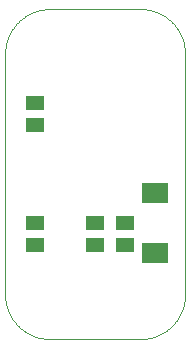
<source format=gbp>
G75*
%MOIN*%
%OFA0B0*%
%FSLAX25Y25*%
%IPPOS*%
%LPD*%
%AMOC8*
5,1,8,0,0,1.08239X$1,22.5*
%
%ADD10C,0.00394*%
%ADD11R,0.05906X0.05118*%
%ADD12R,0.08661X0.07087*%
D10*
X0023000Y0023933D02*
X0053000Y0023933D01*
X0053362Y0023937D01*
X0053725Y0023951D01*
X0054087Y0023972D01*
X0054448Y0024003D01*
X0054808Y0024042D01*
X0055167Y0024090D01*
X0055525Y0024147D01*
X0055882Y0024212D01*
X0056237Y0024286D01*
X0056590Y0024369D01*
X0056941Y0024460D01*
X0057289Y0024559D01*
X0057635Y0024667D01*
X0057979Y0024783D01*
X0058319Y0024908D01*
X0058656Y0025040D01*
X0058990Y0025181D01*
X0059321Y0025330D01*
X0059648Y0025487D01*
X0059971Y0025651D01*
X0060290Y0025823D01*
X0060604Y0026003D01*
X0060915Y0026191D01*
X0061220Y0026386D01*
X0061521Y0026588D01*
X0061817Y0026798D01*
X0062107Y0027014D01*
X0062393Y0027238D01*
X0062673Y0027468D01*
X0062947Y0027705D01*
X0063215Y0027949D01*
X0063478Y0028199D01*
X0063734Y0028455D01*
X0063984Y0028718D01*
X0064228Y0028986D01*
X0064465Y0029260D01*
X0064695Y0029540D01*
X0064919Y0029826D01*
X0065135Y0030116D01*
X0065345Y0030412D01*
X0065547Y0030713D01*
X0065742Y0031018D01*
X0065930Y0031329D01*
X0066110Y0031643D01*
X0066282Y0031962D01*
X0066446Y0032285D01*
X0066603Y0032612D01*
X0066752Y0032943D01*
X0066893Y0033277D01*
X0067025Y0033614D01*
X0067150Y0033954D01*
X0067266Y0034298D01*
X0067374Y0034644D01*
X0067473Y0034992D01*
X0067564Y0035343D01*
X0067647Y0035696D01*
X0067721Y0036051D01*
X0067786Y0036408D01*
X0067843Y0036766D01*
X0067891Y0037125D01*
X0067930Y0037485D01*
X0067961Y0037846D01*
X0067982Y0038208D01*
X0067996Y0038571D01*
X0068000Y0038933D01*
X0068000Y0118933D01*
X0067996Y0119295D01*
X0067982Y0119658D01*
X0067961Y0120020D01*
X0067930Y0120381D01*
X0067891Y0120741D01*
X0067843Y0121100D01*
X0067786Y0121458D01*
X0067721Y0121815D01*
X0067647Y0122170D01*
X0067564Y0122523D01*
X0067473Y0122874D01*
X0067374Y0123222D01*
X0067266Y0123568D01*
X0067150Y0123912D01*
X0067025Y0124252D01*
X0066893Y0124589D01*
X0066752Y0124923D01*
X0066603Y0125254D01*
X0066446Y0125581D01*
X0066282Y0125904D01*
X0066110Y0126223D01*
X0065930Y0126537D01*
X0065742Y0126848D01*
X0065547Y0127153D01*
X0065345Y0127454D01*
X0065135Y0127750D01*
X0064919Y0128040D01*
X0064695Y0128326D01*
X0064465Y0128606D01*
X0064228Y0128880D01*
X0063984Y0129148D01*
X0063734Y0129411D01*
X0063478Y0129667D01*
X0063215Y0129917D01*
X0062947Y0130161D01*
X0062673Y0130398D01*
X0062393Y0130628D01*
X0062107Y0130852D01*
X0061817Y0131068D01*
X0061521Y0131278D01*
X0061220Y0131480D01*
X0060915Y0131675D01*
X0060604Y0131863D01*
X0060290Y0132043D01*
X0059971Y0132215D01*
X0059648Y0132379D01*
X0059321Y0132536D01*
X0058990Y0132685D01*
X0058656Y0132826D01*
X0058319Y0132958D01*
X0057979Y0133083D01*
X0057635Y0133199D01*
X0057289Y0133307D01*
X0056941Y0133406D01*
X0056590Y0133497D01*
X0056237Y0133580D01*
X0055882Y0133654D01*
X0055525Y0133719D01*
X0055167Y0133776D01*
X0054808Y0133824D01*
X0054448Y0133863D01*
X0054087Y0133894D01*
X0053725Y0133915D01*
X0053362Y0133929D01*
X0053000Y0133933D01*
X0023000Y0133933D01*
X0022638Y0133929D01*
X0022275Y0133915D01*
X0021913Y0133894D01*
X0021552Y0133863D01*
X0021192Y0133824D01*
X0020833Y0133776D01*
X0020475Y0133719D01*
X0020118Y0133654D01*
X0019763Y0133580D01*
X0019410Y0133497D01*
X0019059Y0133406D01*
X0018711Y0133307D01*
X0018365Y0133199D01*
X0018021Y0133083D01*
X0017681Y0132958D01*
X0017344Y0132826D01*
X0017010Y0132685D01*
X0016679Y0132536D01*
X0016352Y0132379D01*
X0016029Y0132215D01*
X0015710Y0132043D01*
X0015396Y0131863D01*
X0015085Y0131675D01*
X0014780Y0131480D01*
X0014479Y0131278D01*
X0014183Y0131068D01*
X0013893Y0130852D01*
X0013607Y0130628D01*
X0013327Y0130398D01*
X0013053Y0130161D01*
X0012785Y0129917D01*
X0012522Y0129667D01*
X0012266Y0129411D01*
X0012016Y0129148D01*
X0011772Y0128880D01*
X0011535Y0128606D01*
X0011305Y0128326D01*
X0011081Y0128040D01*
X0010865Y0127750D01*
X0010655Y0127454D01*
X0010453Y0127153D01*
X0010258Y0126848D01*
X0010070Y0126537D01*
X0009890Y0126223D01*
X0009718Y0125904D01*
X0009554Y0125581D01*
X0009397Y0125254D01*
X0009248Y0124923D01*
X0009107Y0124589D01*
X0008975Y0124252D01*
X0008850Y0123912D01*
X0008734Y0123568D01*
X0008626Y0123222D01*
X0008527Y0122874D01*
X0008436Y0122523D01*
X0008353Y0122170D01*
X0008279Y0121815D01*
X0008214Y0121458D01*
X0008157Y0121100D01*
X0008109Y0120741D01*
X0008070Y0120381D01*
X0008039Y0120020D01*
X0008018Y0119658D01*
X0008004Y0119295D01*
X0008000Y0118933D01*
X0008000Y0038933D01*
X0008004Y0038571D01*
X0008018Y0038208D01*
X0008039Y0037846D01*
X0008070Y0037485D01*
X0008109Y0037125D01*
X0008157Y0036766D01*
X0008214Y0036408D01*
X0008279Y0036051D01*
X0008353Y0035696D01*
X0008436Y0035343D01*
X0008527Y0034992D01*
X0008626Y0034644D01*
X0008734Y0034298D01*
X0008850Y0033954D01*
X0008975Y0033614D01*
X0009107Y0033277D01*
X0009248Y0032943D01*
X0009397Y0032612D01*
X0009554Y0032285D01*
X0009718Y0031962D01*
X0009890Y0031643D01*
X0010070Y0031329D01*
X0010258Y0031018D01*
X0010453Y0030713D01*
X0010655Y0030412D01*
X0010865Y0030116D01*
X0011081Y0029826D01*
X0011305Y0029540D01*
X0011535Y0029260D01*
X0011772Y0028986D01*
X0012016Y0028718D01*
X0012266Y0028455D01*
X0012522Y0028199D01*
X0012785Y0027949D01*
X0013053Y0027705D01*
X0013327Y0027468D01*
X0013607Y0027238D01*
X0013893Y0027014D01*
X0014183Y0026798D01*
X0014479Y0026588D01*
X0014780Y0026386D01*
X0015085Y0026191D01*
X0015396Y0026003D01*
X0015710Y0025823D01*
X0016029Y0025651D01*
X0016352Y0025487D01*
X0016679Y0025330D01*
X0017010Y0025181D01*
X0017344Y0025040D01*
X0017681Y0024908D01*
X0018021Y0024783D01*
X0018365Y0024667D01*
X0018711Y0024559D01*
X0019059Y0024460D01*
X0019410Y0024369D01*
X0019763Y0024286D01*
X0020118Y0024212D01*
X0020475Y0024147D01*
X0020833Y0024090D01*
X0021192Y0024042D01*
X0021552Y0024003D01*
X0021913Y0023972D01*
X0022275Y0023951D01*
X0022638Y0023937D01*
X0023000Y0023933D01*
D11*
X0018000Y0055193D03*
X0018000Y0062673D03*
X0038000Y0062673D03*
X0038000Y0055193D03*
X0048000Y0055193D03*
X0048000Y0062673D03*
X0018000Y0095193D03*
X0018000Y0102673D03*
D12*
X0058000Y0072722D03*
X0058000Y0052644D03*
M02*

</source>
